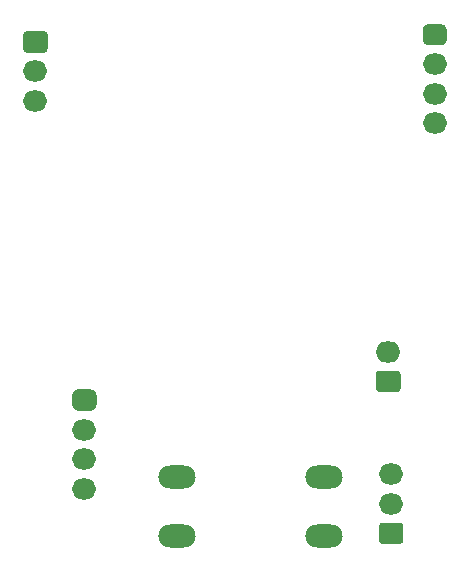
<source format=gbs>
%TF.GenerationSoftware,KiCad,Pcbnew,5.1.7-a382d34a8~88~ubuntu20.04.1*%
%TF.CreationDate,2021-07-04T15:14:18-05:00*%
%TF.ProjectId,led-backlight,6c65642d-6261-4636-9b6c-696768742e6b,rev?*%
%TF.SameCoordinates,Original*%
%TF.FileFunction,Soldermask,Bot*%
%TF.FilePolarity,Negative*%
%FSLAX46Y46*%
G04 Gerber Fmt 4.6, Leading zero omitted, Abs format (unit mm)*
G04 Created by KiCad (PCBNEW 5.1.7-a382d34a8~88~ubuntu20.04.1) date 2021-07-04 15:14:18*
%MOMM*%
%LPD*%
G01*
G04 APERTURE LIST*
%ADD10O,2.100000X1.800000*%
%ADD11O,2.050000X1.800000*%
%ADD12O,3.148000X1.950000*%
G04 APERTURE END LIST*
D10*
%TO.C,J4*%
X202150000Y-123275000D03*
G36*
G01*
X202935400Y-126675000D02*
X201364600Y-126675000D01*
G75*
G02*
X201100000Y-126410400I0J264600D01*
G01*
X201100000Y-125139600D01*
G75*
G02*
X201364600Y-124875000I264600J0D01*
G01*
X202935400Y-124875000D01*
G75*
G02*
X203200000Y-125139600I0J-264600D01*
G01*
X203200000Y-126410400D01*
G75*
G02*
X202935400Y-126675000I-264600J0D01*
G01*
G37*
%TD*%
%TO.C,J3*%
G36*
G01*
X175850000Y-126450000D02*
X177000000Y-126450000D01*
G75*
G02*
X177450000Y-126900000I0J-450000D01*
G01*
X177450000Y-127800000D01*
G75*
G02*
X177000000Y-128250000I-450000J0D01*
G01*
X175850000Y-128250000D01*
G75*
G02*
X175400000Y-127800000I0J450000D01*
G01*
X175400000Y-126900000D01*
G75*
G02*
X175850000Y-126450000I450000J0D01*
G01*
G37*
D11*
X176425000Y-129850000D03*
X176425000Y-132350000D03*
X176425000Y-134850000D03*
%TD*%
%TO.C,J2*%
G36*
G01*
X206650000Y-97325000D02*
X205500000Y-97325000D01*
G75*
G02*
X205050000Y-96875000I0J450000D01*
G01*
X205050000Y-95975000D01*
G75*
G02*
X205500000Y-95525000I450000J0D01*
G01*
X206650000Y-95525000D01*
G75*
G02*
X207100000Y-95975000I0J-450000D01*
G01*
X207100000Y-96875000D01*
G75*
G02*
X206650000Y-97325000I-450000J0D01*
G01*
G37*
X206075000Y-98925000D03*
X206075000Y-101425000D03*
X206075000Y-103925000D03*
%TD*%
D12*
%TO.C,SW1*%
X184250000Y-138850000D03*
X184250000Y-133850000D03*
X196750000Y-138850000D03*
X196750000Y-133850000D03*
%TD*%
D11*
%TO.C,RV1*%
X202400000Y-133625000D03*
X202400000Y-136125000D03*
G36*
G01*
X203160295Y-139525000D02*
X201639705Y-139525000D01*
G75*
G02*
X201375000Y-139260295I0J264705D01*
G01*
X201375000Y-137989705D01*
G75*
G02*
X201639705Y-137725000I264705J0D01*
G01*
X203160295Y-137725000D01*
G75*
G02*
X203425000Y-137989705I0J-264705D01*
G01*
X203425000Y-139260295D01*
G75*
G02*
X203160295Y-139525000I-264705J0D01*
G01*
G37*
%TD*%
%TO.C,J1*%
X172275000Y-102025000D03*
X172275000Y-99525000D03*
G36*
G01*
X171514705Y-96125000D02*
X173035295Y-96125000D01*
G75*
G02*
X173300000Y-96389705I0J-264705D01*
G01*
X173300000Y-97660295D01*
G75*
G02*
X173035295Y-97925000I-264705J0D01*
G01*
X171514705Y-97925000D01*
G75*
G02*
X171250000Y-97660295I0J264705D01*
G01*
X171250000Y-96389705D01*
G75*
G02*
X171514705Y-96125000I264705J0D01*
G01*
G37*
%TD*%
M02*

</source>
